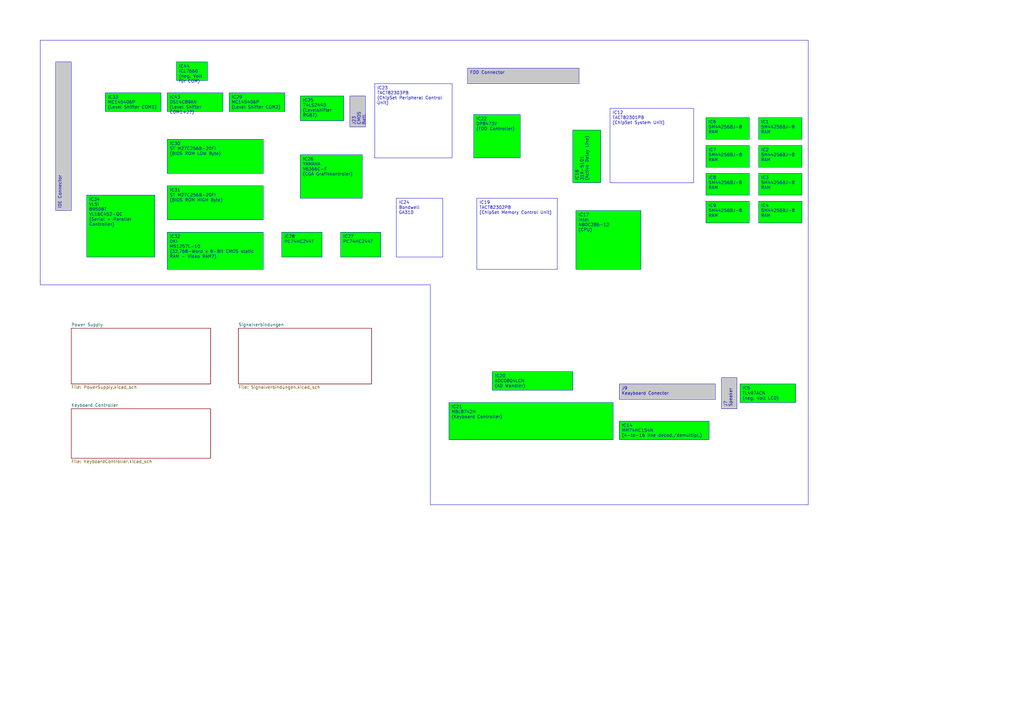
<source format=kicad_sch>
(kicad_sch
	(version 20250114)
	(generator "eeschema")
	(generator_version "9.0")
	(uuid "13e1b2d7-f884-49d2-b040-3e7f2342e8e0")
	(paper "A3")
	(lib_symbols)
	(text_box "IC25\n74LS244D\n(Levelshifter RGB?)"
		(exclude_from_sim no)
		(at 123.19 39.37 0)
		(size 17.78 10.16)
		(margins 0.9525 0.9525 0.9525 0.9525)
		(stroke
			(width 0)
			(type default)
		)
		(fill
			(type color)
			(color 0 255 0 1)
		)
		(effects
			(font
				(size 1.27 1.27)
			)
			(justify left top)
		)
		(uuid "00b3871a-6a67-4039-90fe-e41bb5689c02")
	)
	(text_box "IC21\nMBL8742H\n(Keyboard Controller)"
		(exclude_from_sim no)
		(at 184.15 165.1 0)
		(size 67.31 15.24)
		(margins 0.9525 0.9525 0.9525 0.9525)
		(stroke
			(width 0)
			(type default)
		)
		(fill
			(type color)
			(color 0 255 0 1)
		)
		(effects
			(font
				(size 1.27 1.27)
			)
			(justify left top)
		)
		(uuid "136475fe-3a94-4388-9db2-f5b072bd5912")
	)
	(text_box "IC19\nTACT82302PB\n(ChipSet Memory Control Unit)"
		(exclude_from_sim no)
		(at 195.58 81.28 0)
		(size 33.02 29.21)
		(margins 0.9525 0.9525 0.9525 0.9525)
		(stroke
			(width 0)
			(type default)
		)
		(fill
			(type none)
		)
		(effects
			(font
				(size 1.27 1.27)
			)
			(justify left top)
		)
		(uuid "13b7f799-a918-4406-a260-883da8d7e213")
	)
	(text_box "IC23\nTACT82303PB\n(ChipSet Peripheral Control Unit)"
		(exclude_from_sim no)
		(at 153.67 34.29 0)
		(size 31.75 30.48)
		(margins 0.9525 0.9525 0.9525 0.9525)
		(stroke
			(width 0)
			(type default)
		)
		(fill
			(type none)
		)
		(effects
			(font
				(size 1.27 1.27)
			)
			(justify left top)
		)
		(uuid "1fa7e740-44fb-426a-958d-8d19e0bbb43e")
	)
	(text_box "IC29\nMC145406P\n(Level Shifter COM2)"
		(exclude_from_sim no)
		(at 93.98 38.1 0)
		(size 22.86 7.62)
		(margins 0.9525 0.9525 0.9525 0.9525)
		(stroke
			(width 0)
			(type default)
		)
		(fill
			(type color)
			(color 0 255 0 1)
		)
		(effects
			(font
				(size 1.27 1.27)
			)
			(justify left top)
		)
		(uuid "2f01c57d-095d-47e0-8193-9e229aeff229")
	)
	(text_box "IC44\nICL7660\n(neg. Volt für COM)"
		(exclude_from_sim no)
		(at 72.39 25.4 0)
		(size 12.7 7.62)
		(margins 0.9525 0.9525 0.9525 0.9525)
		(stroke
			(width 0)
			(type default)
		)
		(fill
			(type color)
			(color 0 255 0 1)
		)
		(effects
			(font
				(size 1.27 1.27)
			)
			(justify left top)
		)
		(uuid "30573526-6f4f-450f-b97f-44e2cd87f0e7")
	)
	(text_box "J9\nKeayboard Conector"
		(exclude_from_sim no)
		(at 254 157.48 0)
		(size 39.37 6.35)
		(margins 0.9525 0.9525 0.9525 0.9525)
		(stroke
			(width 0)
			(type default)
		)
		(fill
			(type color)
			(color 200 200 200 1)
		)
		(effects
			(font
				(size 1.27 1.27)
			)
			(justify left top)
		)
		(uuid "364361da-6a90-4800-8bf6-45e214fb2cd6")
	)
	(text_box "IC33\nMC145406P\n(Level Shifter COM1)"
		(exclude_from_sim no)
		(at 43.18 38.1 0)
		(size 22.86 7.62)
		(margins 0.9525 0.9525 0.9525 0.9525)
		(stroke
			(width 0)
			(type default)
		)
		(fill
			(type color)
			(color 0 255 0 1)
		)
		(effects
			(font
				(size 1.27 1.27)
			)
			(justify left top)
		)
		(uuid "424a1c57-0ea5-4ad0-ada4-37749f19bf1b")
	)
	(text_box "IC28\nPC74HC244T"
		(exclude_from_sim no)
		(at 115.57 95.25 0)
		(size 16.51 10.16)
		(margins 0.9525 0.9525 0.9525 0.9525)
		(stroke
			(width 0)
			(type default)
		)
		(fill
			(type color)
			(color 0 255 0 1)
		)
		(effects
			(font
				(size 1.27 1.27)
			)
			(justify left top)
		)
		(uuid "4a727887-07b0-4864-bd5d-716198414c90")
	)
	(text_box "IC34\nVLSI\n8950BT\nVL16C452-QC\n(Serial + Parallel Controller)"
		(exclude_from_sim no)
		(at 35.56 80.01 0)
		(size 27.94 25.4)
		(margins 0.9525 0.9525 0.9525 0.9525)
		(stroke
			(width 0)
			(type default)
		)
		(fill
			(type color)
			(color 0 255 0 1)
		)
		(effects
			(font
				(size 1.27 1.27)
			)
			(justify left top)
		)
		(uuid "4b1f85d5-cdc2-4326-acac-83fb466092a6")
	)
	(text_box "IC22\nDP8473V\n(FDD Controller)"
		(exclude_from_sim no)
		(at 194.31 46.99 0)
		(size 19.05 17.78)
		(margins 0.9525 0.9525 0.9525 0.9525)
		(stroke
			(width 0)
			(type default)
		)
		(fill
			(type color)
			(color 0 255 0 1)
		)
		(effects
			(font
				(size 1.27 1.27)
			)
			(justify left top)
		)
		(uuid "4dfb9560-b6d8-4b5e-8203-75665c84a834")
	)
	(text_box "IC6\n5M44256BJ-8\nRAM"
		(exclude_from_sim no)
		(at 289.56 48.26 0)
		(size 17.78 8.89)
		(margins 0.9525 0.9525 0.9525 0.9525)
		(stroke
			(width 0)
			(type default)
		)
		(fill
			(type color)
			(color 0 255 0 1)
		)
		(effects
			(font
				(size 1.27 1.27)
			)
			(justify left top)
		)
		(uuid "56fab203-cfab-40a4-8fd3-613c1617d746")
	)
	(text_box "IC2\n5M44256BJ-8\nRAM"
		(exclude_from_sim no)
		(at 311.15 59.69 0)
		(size 17.78 8.89)
		(margins 0.9525 0.9525 0.9525 0.9525)
		(stroke
			(width 0)
			(type default)
		)
		(fill
			(type color)
			(color 0 255 0 1)
		)
		(effects
			(font
				(size 1.27 1.27)
			)
			(justify left top)
		)
		(uuid "5851bb01-9fe2-4efe-ae55-4d5b8e664124")
	)
	(text_box "IC26\nYAMAHA\nV6366C-F\n(CGA Grafikkontroler)"
		(exclude_from_sim no)
		(at 123.19 63.5 0)
		(size 25.4 17.78)
		(margins 0.9525 0.9525 0.9525 0.9525)
		(stroke
			(width 0)
			(type default)
		)
		(fill
			(type color)
			(color 0 255 0 1)
		)
		(effects
			(font
				(size 1.27 1.27)
			)
			(justify left top)
		)
		(uuid "5ba0dd24-ce06-40d5-b001-534af9fd6a37")
	)
	(text_box "FDD Connector"
		(exclude_from_sim no)
		(at 191.77 27.94 0)
		(size 45.72 6.35)
		(margins 0.9525 0.9525 0.9525 0.9525)
		(stroke
			(width 0)
			(type default)
		)
		(fill
			(type color)
			(color 200 200 200 1)
		)
		(effects
			(font
				(size 1.27 1.27)
			)
			(justify left top)
		)
		(uuid "68544f41-558f-4b36-96aa-fab117e63f26")
	)
	(text_box "IC4\n5M44256BJ-8\nRAM"
		(exclude_from_sim no)
		(at 311.15 82.55 0)
		(size 17.78 8.89)
		(margins 0.9525 0.9525 0.9525 0.9525)
		(stroke
			(width 0)
			(type default)
		)
		(fill
			(type color)
			(color 0 255 0 1)
		)
		(effects
			(font
				(size 1.27 1.27)
			)
			(justify left top)
		)
		(uuid "6c8627e6-deeb-41cd-b2cd-07f8a696ba0f")
	)
	(text_box "IC27\nPC74HC244T"
		(exclude_from_sim no)
		(at 139.7 95.25 0)
		(size 16.51 10.16)
		(margins 0.9525 0.9525 0.9525 0.9525)
		(stroke
			(width 0)
			(type default)
		)
		(fill
			(type color)
			(color 0 255 0 1)
		)
		(effects
			(font
				(size 1.27 1.27)
			)
			(justify left top)
		)
		(uuid "7221d9b3-8a9b-438a-980f-1b4483a271a7")
	)
	(text_box "IC5\nTL497ACN\n(neg. Volt LCD)"
		(exclude_from_sim no)
		(at 303.53 157.48 0)
		(size 22.86 7.62)
		(margins 0.9525 0.9525 0.9525 0.9525)
		(stroke
			(width 0)
			(type default)
		)
		(fill
			(type color)
			(color 0 255 0 1)
		)
		(effects
			(font
				(size 1.27 1.27)
			)
			(justify left top)
		)
		(uuid "78c72c86-a7e1-402e-b23a-5ae8f58a3a51")
	)
	(text_box "IC30\nST M27C256B-20FI\n(BIOS ROM LOW Byte)"
		(exclude_from_sim no)
		(at 68.58 57.15 0)
		(size 39.37 13.97)
		(margins 0.9525 0.9525 0.9525 0.9525)
		(stroke
			(width 0)
			(type default)
		)
		(fill
			(type color)
			(color 0 255 0 1)
		)
		(effects
			(font
				(size 1.27 1.27)
			)
			(justify left top)
		)
		(uuid "7b649f8e-f24d-4e2b-8512-8bab07b7adb3")
	)
	(text_box "J23\nCMOS Batt."
		(exclude_from_sim no)
		(at 143.51 39.37 90)
		(size 6.35 12.7)
		(margins 0.9525 0.9525 0.9525 0.9525)
		(stroke
			(width 0)
			(type default)
		)
		(fill
			(type color)
			(color 200 200 200 1)
		)
		(effects
			(font
				(size 1.27 1.27)
			)
			(justify left top)
		)
		(uuid "84f9b22e-6875-4b81-9f13-4f36fcc499ac")
	)
	(text_box "IC14\nMM74HC154N\n(4-to-16 line decod./demultipl.)"
		(exclude_from_sim no)
		(at 254 172.72 0)
		(size 36.83 7.62)
		(margins 0.9525 0.9525 0.9525 0.9525)
		(stroke
			(width 0)
			(type default)
		)
		(fill
			(type color)
			(color 0 255 0 1)
		)
		(effects
			(font
				(size 1.27 1.27)
			)
			(justify left top)
		)
		(uuid "881db088-8ecd-48d5-8549-032fcbbb840a")
	)
	(text_box "IC20\nADC0804LCN\n(AD Wandler)"
		(exclude_from_sim no)
		(at 201.93 152.4 0)
		(size 33.02 7.62)
		(margins 0.9525 0.9525 0.9525 0.9525)
		(stroke
			(width 0)
			(type default)
		)
		(fill
			(type color)
			(color 0 255 0 1)
		)
		(effects
			(font
				(size 1.27 1.27)
			)
			(justify left top)
		)
		(uuid "8abe195d-9a67-4d19-8b45-e07800b6039b")
	)
	(text_box "IC24\nBondwell\nGA310"
		(exclude_from_sim no)
		(at 162.56 81.28 0)
		(size 19.05 24.13)
		(margins 0.9525 0.9525 0.9525 0.9525)
		(stroke
			(width 0)
			(type default)
		)
		(fill
			(type none)
		)
		(effects
			(font
				(size 1.27 1.27)
			)
			(justify left top)
		)
		(uuid "9879a6b2-fa46-43cc-a415-4a9710552330")
	)
	(text_box "IC9\n5M44256BJ-8\nRAM"
		(exclude_from_sim no)
		(at 289.56 82.55 0)
		(size 17.78 8.89)
		(margins 0.9525 0.9525 0.9525 0.9525)
		(stroke
			(width 0)
			(type default)
		)
		(fill
			(type color)
			(color 0 255 0 1)
		)
		(effects
			(font
				(size 1.27 1.27)
			)
			(justify left top)
		)
		(uuid "9dc8b16d-6049-4846-8e35-7c72b3a14fb3")
	)
	(text_box "IC18\n31A-5101\n(Active Delay Line)"
		(exclude_from_sim no)
		(at 234.95 53.34 90)
		(size 11.43 21.59)
		(margins 0.9525 0.9525 0.9525 0.9525)
		(stroke
			(width 0)
			(type default)
		)
		(fill
			(type color)
			(color 0 255 0 1)
		)
		(effects
			(font
				(size 1.27 1.27)
			)
			(justify left top)
		)
		(uuid "a4ea970c-8322-488e-bbf6-2a7e867b265c")
	)
	(text_box "IC31\nST M27C256B-20FI\n(BIOS ROM HIGH Byte)"
		(exclude_from_sim no)
		(at 68.58 76.2 0)
		(size 39.37 13.97)
		(margins 0.9525 0.9525 0.9525 0.9525)
		(stroke
			(width 0)
			(type default)
		)
		(fill
			(type color)
			(color 0 255 0 1)
		)
		(effects
			(font
				(size 1.27 1.27)
			)
			(justify left top)
		)
		(uuid "a59181f7-5f6a-4ffc-ab58-ed641fe4f179")
	)
	(text_box "IC7\n5M44256BJ-8\nRAM"
		(exclude_from_sim no)
		(at 289.56 59.69 0)
		(size 17.78 8.89)
		(margins 0.9525 0.9525 0.9525 0.9525)
		(stroke
			(width 0)
			(type default)
		)
		(fill
			(type color)
			(color 0 255 0 1)
		)
		(effects
			(font
				(size 1.27 1.27)
			)
			(justify left top)
		)
		(uuid "b4907c46-2a4e-4ff9-a36d-cf09915a269b")
	)
	(text_box "IC17\nIntel\nN80C286-12\n(CPU)"
		(exclude_from_sim no)
		(at 236.22 86.36 0)
		(size 26.67 24.13)
		(margins 0.9525 0.9525 0.9525 0.9525)
		(stroke
			(width 0)
			(type default)
		)
		(fill
			(type color)
			(color 0 255 0 1)
		)
		(effects
			(font
				(size 1.27 1.27)
			)
			(justify left top)
		)
		(uuid "bf824bc9-57b7-44d0-8b9d-a9b781bbf97f")
	)
	(text_box "IC32\nOKI\nM51257L-10\n(32,768-Word x 8-Bit CMOS static RAM - Video RAM?)"
		(exclude_from_sim no)
		(at 68.58 95.25 0)
		(size 39.37 15.24)
		(margins 0.9525 0.9525 0.9525 0.9525)
		(stroke
			(width 0)
			(type default)
		)
		(fill
			(type color)
			(color 0 255 0 1)
		)
		(effects
			(font
				(size 1.27 1.27)
			)
			(justify left top)
		)
		(uuid "cd85798c-a444-43b9-a84c-ce1f954ac1dc")
	)
	(text_box "J7\nSpeaker"
		(exclude_from_sim no)
		(at 295.91 154.94 90)
		(size 6.35 12.7)
		(margins 0.9525 0.9525 0.9525 0.9525)
		(stroke
			(width 0)
			(type default)
		)
		(fill
			(type color)
			(color 200 200 200 1)
		)
		(effects
			(font
				(size 1.27 1.27)
			)
			(justify left top)
		)
		(uuid "d1256aff-32ad-4ab3-b95e-9e779317b028")
	)
	(text_box "IC8\n5M44256BJ-8\nRAM"
		(exclude_from_sim no)
		(at 289.56 71.12 0)
		(size 17.78 8.89)
		(margins 0.9525 0.9525 0.9525 0.9525)
		(stroke
			(width 0)
			(type default)
		)
		(fill
			(type color)
			(color 0 255 0 1)
		)
		(effects
			(font
				(size 1.27 1.27)
			)
			(justify left top)
		)
		(uuid "dc8a7a49-cf66-4489-96bb-2d0e3200930c")
	)
	(text_box "IC12\nTACT82301PB\n(ChipSet System Unit)"
		(exclude_from_sim no)
		(at 250.19 44.45 0)
		(size 34.29 30.48)
		(margins 0.9525 0.9525 0.9525 0.9525)
		(stroke
			(width 0)
			(type default)
		)
		(fill
			(type none)
		)
		(effects
			(font
				(size 1.27 1.27)
			)
			(justify left top)
		)
		(uuid "e1ef2048-240b-4dc0-9df0-473f776a9f9c")
	)
	(text_box "IC3\n5M44256BJ-8\nRAM"
		(exclude_from_sim no)
		(at 311.15 71.12 0)
		(size 17.78 8.89)
		(margins 0.9525 0.9525 0.9525 0.9525)
		(stroke
			(width 0)
			(type default)
		)
		(fill
			(type color)
			(color 0 255 0 1)
		)
		(effects
			(font
				(size 1.27 1.27)
			)
			(justify left top)
		)
		(uuid "e5a6e357-2b42-45d8-b943-df5cd11e3177")
	)
	(text_box "IC43\nDS14C89AN\n(Level Shifter COM1+2?)"
		(exclude_from_sim no)
		(at 68.58 38.1 0)
		(size 22.86 7.62)
		(margins 0.9525 0.9525 0.9525 0.9525)
		(stroke
			(width 0)
			(type default)
		)
		(fill
			(type color)
			(color 0 255 0 1)
		)
		(effects
			(font
				(size 1.27 1.27)
			)
			(justify left top)
		)
		(uuid "e877ebb6-3186-4b84-b85d-89cdf37f81fe")
	)
	(text_box "IC1\n5M44256BJ-8\nRAM"
		(exclude_from_sim no)
		(at 311.15 48.26 0)
		(size 17.78 8.89)
		(margins 0.9525 0.9525 0.9525 0.9525)
		(stroke
			(width 0)
			(type default)
		)
		(fill
			(type color)
			(color 0 255 0 1)
		)
		(effects
			(font
				(size 1.27 1.27)
			)
			(justify left top)
		)
		(uuid "f39e744a-2cae-4d75-813c-743b2f565d23")
	)
	(text_box "IDE Connector"
		(exclude_from_sim no)
		(at 22.86 25.4 90)
		(size 6.35 60.96)
		(margins 0.9525 0.9525 0.9525 0.9525)
		(stroke
			(width 0)
			(type default)
		)
		(fill
			(type color)
			(color 200 200 200 1)
		)
		(effects
			(font
				(size 1.27 1.27)
			)
			(justify left top)
		)
		(uuid "f85aa559-c632-4d39-bf79-40a343f4f22d")
	)
	(polyline
		(pts
			(xy 16.51 16.51) (xy 331.47 16.51)
		)
		(stroke
			(width 0)
			(type default)
		)
		(uuid "56aeee36-ee87-46c9-b03b-942adb13eaab")
	)
	(polyline
		(pts
			(xy 16.51 16.51) (xy 16.51 116.84)
		)
		(stroke
			(width 0)
			(type default)
		)
		(uuid "6224854c-cf17-4603-b7fe-053a9dc64568")
	)
	(polyline
		(pts
			(xy 176.53 116.84) (xy 16.51 116.84)
		)
		(stroke
			(width 0)
			(type default)
		)
		(uuid "9dcff761-fbfe-468c-b7de-e0a4d1b0569a")
	)
	(polyline
		(pts
			(xy 176.53 207.01) (xy 176.53 116.84)
		)
		(stroke
			(width 0)
			(type default)
		)
		(uuid "b918cb8b-5331-4c6b-940b-30f20100c059")
	)
	(polyline
		(pts
			(xy 331.47 16.51) (xy 331.47 207.01)
		)
		(stroke
			(width 0)
			(type default)
		)
		(uuid "bff87304-b356-4232-a272-6acb040b7ec6")
	)
	(polyline
		(pts
			(xy 331.47 207.01) (xy 176.53 207.01)
		)
		(stroke
			(width 0)
			(type default)
		)
		(uuid "eafabe71-1cdc-47cf-a88a-0d9b9e35b02c")
	)
	(sheet
		(at 97.79 134.62)
		(size 54.61 22.86)
		(exclude_from_sim no)
		(in_bom yes)
		(on_board yes)
		(dnp no)
		(fields_autoplaced yes)
		(stroke
			(width 0.1524)
			(type solid)
		)
		(fill
			(color 0 0 0 0.0000)
		)
		(uuid "81503069-f50b-43af-a29f-476cb5fd2882")
		(property "Sheetname" "Signalverbindungen"
			(at 97.79 133.9084 0)
			(effects
				(font
					(size 1.27 1.27)
				)
				(justify left bottom)
			)
		)
		(property "Sheetfile" "Signalverbindungen.kicad_sch"
			(at 97.79 158.0646 0)
			(effects
				(font
					(size 1.27 1.27)
				)
				(justify left top)
			)
		)
		(instances
			(project "Bondwell-B310"
				(path "/13e1b2d7-f884-49d2-b040-3e7f2342e8e0"
					(page "2")
				)
			)
		)
	)
	(sheet
		(at 29.21 167.64)
		(size 57.15 20.32)
		(exclude_from_sim no)
		(in_bom yes)
		(on_board yes)
		(dnp no)
		(fields_autoplaced yes)
		(stroke
			(width 0.1524)
			(type solid)
		)
		(fill
			(color 0 0 0 0.0000)
		)
		(uuid "ac46e1ab-3b16-4a65-ad9a-968aa47d8074")
		(property "Sheetname" "Keyboard Controller"
			(at 29.21 166.9284 0)
			(effects
				(font
					(size 1.27 1.27)
				)
				(justify left bottom)
			)
		)
		(property "Sheetfile" "KeyboardController.kicad_sch"
			(at 29.21 188.5446 0)
			(effects
				(font
					(size 1.27 1.27)
				)
				(justify left top)
			)
		)
		(instances
			(project "Bondwell-B310"
				(path "/13e1b2d7-f884-49d2-b040-3e7f2342e8e0"
					(page "4")
				)
			)
		)
	)
	(sheet
		(at 29.21 134.62)
		(size 57.15 22.86)
		(exclude_from_sim no)
		(in_bom yes)
		(on_board yes)
		(dnp no)
		(fields_autoplaced yes)
		(stroke
			(width 0.1524)
			(type solid)
		)
		(fill
			(color 0 0 0 0.0000)
		)
		(uuid "dad88825-6095-47ad-a423-88aec2e58fa8")
		(property "Sheetname" "Power Supply"
			(at 29.21 133.9084 0)
			(effects
				(font
					(size 1.27 1.27)
				)
				(justify left bottom)
			)
		)
		(property "Sheetfile" "PowerSupply.kicad_sch"
			(at 29.21 158.0646 0)
			(effects
				(font
					(size 1.27 1.27)
				)
				(justify left top)
			)
		)
		(instances
			(project "Bondwell-B310"
				(path "/13e1b2d7-f884-49d2-b040-3e7f2342e8e0"
					(page "3")
				)
			)
		)
	)
	(sheet_instances
		(path "/"
			(page "1")
		)
	)
	(embedded_fonts no)
)

</source>
